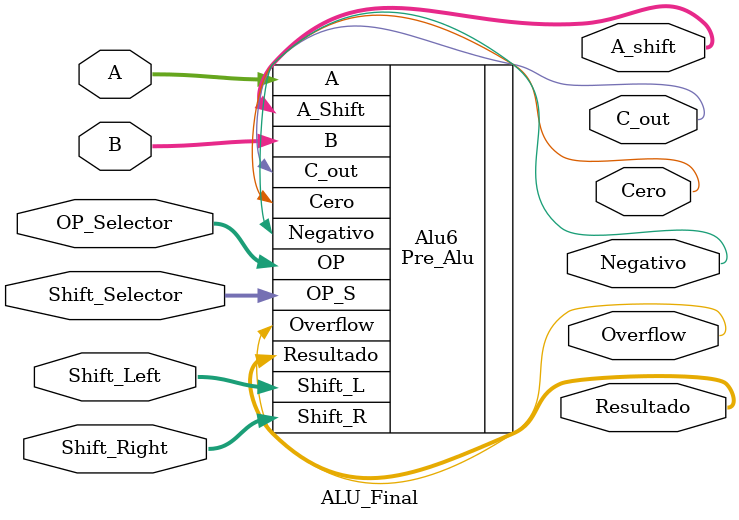
<source format=sv>
`timescale 100ns / 1ps

module ALU_Final( input logic [3:0] A,B,
                  input logic  [1:0] OP_Selector, Shift_Selector, Shift_Right, Shift_Left,
                  output logic [3:0] Resultado, A_shift,
                  output logic Cero, Negativo, C_out, Overflow
        
    );
 //Plantillas de flags
typedef enum logic {Nulll , CERO} cero_outtype;
cero_outtype cf; 

typedef enum logic {POSITIVO , NEGATIVO} neg_outtype;
neg_outtype nf; 

typedef enum logic {NOCARRY, CARRY} car_outtype;
car_outtype carf; 

typedef enum logic {NOOVER, OVERFLOW} o_outtype;
o_outtype of; 


Pre_Alu Alu6 (
            .A(A),
            .B(B),
            .OP(OP_Selector),
            .OP_S(Shift_Selector),
            .Shift_R(Shift_Right),
            .Shift_L(Shift_Left),
            .Cero(Cero),
            .Negativo(Negativo),
            .C_out(C_out),
            .Overflow(Overflow),
            .Resultado(Resultado),
            .A_Shift(A_shift)
);
always_comb begin
        case(Cero)
            2'b0: cf = Nulll;
            2'b1: cf = CERO;
            default: cf = CERO;
        endcase
        
        case(Negativo)
            2'b0: nf = POSITIVO;
            2'b1: nf = NEGATIVO;
            default: nf = POSITIVO;
        endcase
        
        case(C_out)
            2'b0: carf = NOCARRY;
            2'b1: carf = CARRY;
            default: carf = NOCARRY;
        endcase
        
        case(Overflow)
            2'b0: of = NOOVER;
            2'b1: of = OVERFLOW;
            default: of = NOOVER;
        endcase
    end
endmodule


</source>
